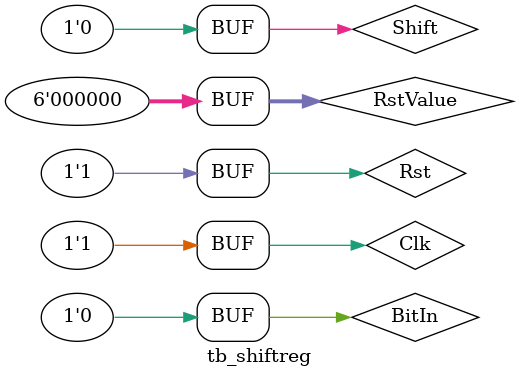
<source format=v>
`timescale 1ns/100ps
module tb_shiftreg();
    reg BitIn, Shift, Clk, Rst;
    reg [5:0] RstValue;
    wire [5:0] RegContent;
    
    always begin // 2ns
        Clk = 1'b0;
        #1;
        Clk = 1'b1;
        #1;
    end


    ShiftReg_6b DUT_SR(BitIn, Shift, RegContent, Clk, Rst, RstValue);

    initial begin
        Rst = 1; Shift = 0; BitIn = 0; RstValue = 6'b110010;
        #2 Rst = 0;
        #2 Rst = 1; Shift = 1;
        #2 Shift = 0; BitIn = 1;
        #2 Shift = 1;
        #2 Shift = 0; BitIn = 0;
        #2 Shift = 1;
        #2 Shift = 0; RstValue = 6'b000000;
        #2 Rst = 0;
        #2 Rst = 1;
    end

endmodule




</source>
